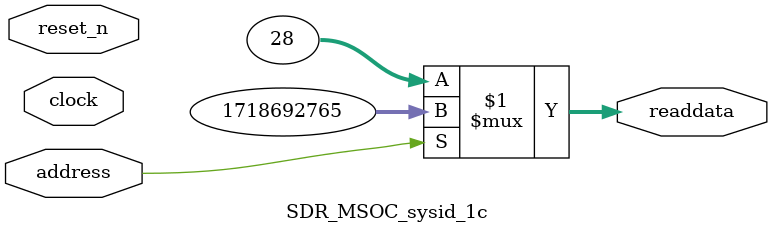
<source format=v>



// synthesis translate_off
`timescale 1ns / 1ps
// synthesis translate_on

// turn off superfluous verilog processor warnings 
// altera message_level Level1 
// altera message_off 10034 10035 10036 10037 10230 10240 10030 

module SDR_MSOC_sysid_1c (
               // inputs:
                address,
                clock,
                reset_n,

               // outputs:
                readdata
             )
;

  output  [ 31: 0] readdata;
  input            address;
  input            clock;
  input            reset_n;

  wire    [ 31: 0] readdata;
  //control_slave, which is an e_avalon_slave
  assign readdata = address ? 1718692765 : 28;

endmodule



</source>
